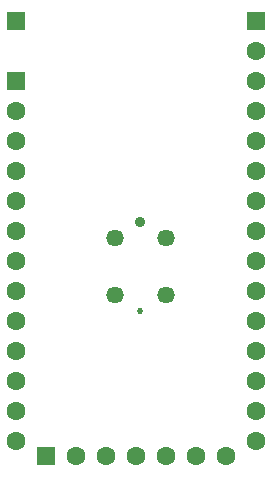
<source format=gbr>
%TF.GenerationSoftware,KiCad,Pcbnew,9.0.7-9.0.7~ubuntu22.04.1*%
%TF.CreationDate,2026-02-16T21:50:37-07:00*%
%TF.ProjectId,ESP32-S3-MINI-1U_UU,45535033-322d-4533-932d-4d494e492d31,rev?*%
%TF.SameCoordinates,Original*%
%TF.FileFunction,Soldermask,Bot*%
%TF.FilePolarity,Negative*%
%FSLAX46Y46*%
G04 Gerber Fmt 4.6, Leading zero omitted, Abs format (unit mm)*
G04 Created by KiCad (PCBNEW 9.0.7-9.0.7~ubuntu22.04.1) date 2026-02-16 21:50:37*
%MOMM*%
%LPD*%
G01*
G04 APERTURE LIST*
%ADD10R,1.600000X1.600000*%
%ADD11C,1.600000*%
%ADD12C,0.520000*%
%ADD13C,0.890000*%
%ADD14C,1.460000*%
G04 APERTURE END LIST*
D10*
%TO.C,J1*%
X174780000Y-151100000D03*
D11*
X177320000Y-151100000D03*
X179860000Y-151100000D03*
X182400000Y-151100000D03*
X184940000Y-151100000D03*
X187480000Y-151100000D03*
X190020000Y-151100000D03*
%TD*%
D10*
%TO.C,J6*%
X192560000Y-114260000D03*
D11*
X192560000Y-116800000D03*
X192560000Y-119340000D03*
X192560000Y-121880000D03*
X192560000Y-124420000D03*
X192560000Y-126960000D03*
X192560000Y-129500000D03*
X192560000Y-132040000D03*
X192560000Y-134580000D03*
X192560000Y-137120000D03*
X192560000Y-139660000D03*
X192560000Y-142200000D03*
X192560000Y-144740000D03*
X192560000Y-147280000D03*
X192560000Y-149820000D03*
%TD*%
D10*
%TO.C,J5*%
X172240000Y-119360000D03*
D11*
X172240000Y-121900000D03*
X172240000Y-124440000D03*
X172240000Y-126980000D03*
X172240000Y-129520000D03*
X172240000Y-132060000D03*
X172240000Y-134600000D03*
X172240000Y-137140000D03*
X172240000Y-139680000D03*
X172240000Y-142220000D03*
X172240000Y-144760000D03*
X172240000Y-147300000D03*
X172240000Y-149840000D03*
%TD*%
D10*
%TO.C,J4*%
X172240000Y-114270000D03*
%TD*%
D12*
%TO.C,J2*%
X182785000Y-138800000D03*
D13*
X182785000Y-131300000D03*
D14*
X180635000Y-137450000D03*
X180635000Y-132650000D03*
X184935000Y-132650000D03*
X184935000Y-137450000D03*
%TD*%
M02*

</source>
